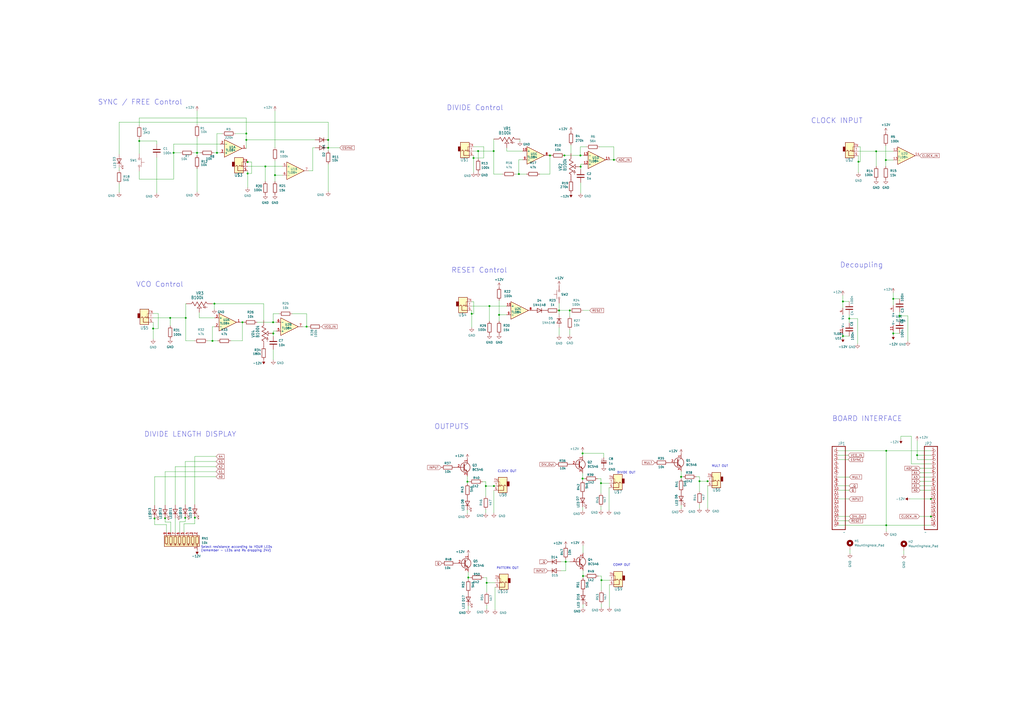
<source format=kicad_sch>
(kicad_sch (version 20230121) (generator eeschema)
  (paper "A2")
  (title_block (title "m0xpd EUCLID+ Control Board") (rev "1.0") (comment 1 "See: https://github.com/m0xpd/EUCLIDplus") (comment 2 "Published under CC BY-SA 4.0 License"))
  (junction (at 142.875 81.153))
  (junction (at 143.637 100.6348))
  (junction (at 177.8508 189.484))
  (junction (at 140.6398 186.944))
  (junction (at 513.842 92.837))
  (junction (at 337.947 263.017))
  (junction (at 540.004 289.433))
  (junction (at 114.3 88.646))
  (junction (at 123.2408 197.739))
  (junction (at 80.772 81.788))
  (junction (at 158.5468 193.421))
  (junction (at 153.924 96.52))
  (junction (at 113.03 300.2788))
  (junction (at 324.3072 180.086))
  (junction (at 518.16 193.421))
  (junction (at 107.7468 184.404))
  (junction (at 336.804 96.647))
  (junction (at 337.947 277.622))
  (junction (at 107.442 300.3804))
  (junction (at 158.4198 186.944))
  (junction (at 518.16 173.355))
  (junction (at 98.7298 184.404))
  (junction (at 273.6342 182.0164))
  (junction (at 328.168 325.882))
  (junction (at 508.254 87.757))
  (junction (at 274.701 91.6432))
  (junction (at 282.321 338.074))
  (junction (at 124.3838 176.149))
  (junction (at 336.677 90.17))
  (junction (at 286.385 87.63))
  (junction (at 514.096 304.673))
  (junction (at 356.108 92.71))
  (junction (at 95.758 300.6344))
  (junction (at 338.201 334.137))
  (junction (at 405.765 279.146))
  (junction (at 283.9212 177.546))
  (junction (at 89.662 300.736))
  (junction (at 286.512 281.94))
  (junction (at 190.373 85.725))
  (junction (at 348.615 280.289))
  (junction (at 271.653 335.026))
  (junction (at 395.097 276.606))
  (junction (at 330.5302 180.086))
  (junction (at 492.633 184.785))
  (junction (at 497.967 93.8022))
  (junction (at 319.024 90.17))
  (junction (at 488.95 194.945))
  (junction (at 410.464 279.146))
  (junction (at 125.857 88.646))
  (junction (at 327.406 90.17))
  (junction (at 540.004 299.593))
  (junction (at 289.5092 182.626))
  (junction (at 532.003 264.033))
  (junction (at 159.512 101.6))
  (junction (at 348.869 336.55))
  (junction (at 271.145 279.4))
  (junction (at 100.711 88.646))
  (junction (at 488.95 174.879))
  (junction (at 300.99 100.965))
  (junction (at 143.637 93.98))
  (junction (at 88.8238 190.6016))
  (junction (at 142.875 77.47))
  (junction (at 521.843 183.261))
  (junction (at 277.368 87.63))
  (junction (at 514.096 261.493))
  (junction (at 190.373 81.153))
  (junction (at 281.813 281.94))
  (wire (pts (xy 325.374 325.882) (xy 328.168 325.882)))
  (wire (pts (xy 112.268 88.646) (xy 114.3 88.646)))
  (wire (pts (xy 107.7468 184.404) (xy 98.7298 184.404)))
  (wire (pts (xy 294.005 87.63) (xy 303.149 87.63)))
  (wire (pts (xy 410.464 281.686) (xy 410.464 294.767)))
  (wire (pts (xy 271.653 335.026) (xy 272.796 335.026)))
  (wire (pts (xy 113.03 264.795) (xy 125.349 264.795)))
  (wire (pts (xy 395.097 276.606) (xy 396.24 276.606)))
  (wire (pts (xy 533.781 271.653) (xy 540.004 271.653)))
  (wire (pts (xy 497.967 90.297) (xy 497.967 93.8022)))
  (wire (pts (xy 88.8238 184.404) (xy 98.7298 184.404)))
  (wire (pts (xy 175.5648 189.484) (xy 177.8508 189.484)))
  (wire (pts (xy 338.1502 180.086) (xy 342.0872 180.086)))
  (wire (pts (xy 159.512 64.262) (xy 159.512 85.598)))
  (wire (pts (xy 107.442 302.6156) (xy 104.1908 302.6156)))
  (wire (pts (xy 279.908 279.4) (xy 281.813 279.4)))
  (wire (pts (xy 289.5092 174.244) (xy 289.5092 182.626)))
  (wire (pts (xy 348.869 350.266) (xy 348.869 352.298)))
  (wire (pts (xy 80.772 68.453) (xy 80.772 72.771)))
  (wire (pts (xy 532.003 264.033) (xy 540.004 264.033)))
  (wire (pts (xy 405.765 279.146) (xy 410.464 279.146)))
  (wire (pts (xy 115.6208 181.229) (xy 115.6208 184.404)))
  (wire (pts (xy 497.967 93.8022) (xy 499.0846 93.8022)))
  (wire (pts (xy 486.537 302.133) (xy 492.2774 302.133)))
  (wire (pts (xy 158.4198 181.991) (xy 161.8488 181.991)))
  (wire (pts (xy 90.932 83.693) (xy 90.932 81.788)))
  (wire (pts (xy 353.5426 339.09) (xy 353.5426 352.171)))
  (wire (pts (xy 540.004 299.593) (xy 540.0294 299.593)))
  (wire (pts (xy 300.99 100.965) (xy 305.435 100.965)))
  (wire (pts (xy 158.5468 192.024) (xy 158.5468 193.421)))
  (wire (pts (xy 124.3838 179.324) (xy 124.3838 176.149)))
  (wire (pts (xy 181.483 85.725) (xy 181.483 99.06)))
  (wire (pts (xy 488.95 194.945) (xy 492.633 194.945)))
  (wire (pts (xy 274.701 87.63) (xy 277.368 87.63)))
  (wire (pts (xy 514.096 304.673) (xy 540.004 304.673)))
  (wire (pts (xy 139.7508 186.944) (xy 140.6398 186.944)))
  (wire (pts (xy 100.711 103.886) (xy 100.711 88.646)))
  (wire (pts (xy 153.924 96.52) (xy 163.83 96.52)))
  (wire (pts (xy 338.201 334.137) (xy 339.344 334.137)))
  (wire (pts (xy 107.442 300.3296) (xy 107.442 300.3804)))
  (wire (pts (xy 540.004 269.113) (xy 528.701 269.113)))
  (wire (pts (xy 488.95 194.945) (xy 488.95 195.834)))
  (wire (pts (xy 159.512 101.6) (xy 159.512 105.283)))
  (wire (pts (xy 271.145 279.4) (xy 272.288 279.4)))
  (wire (pts (xy 522.605 253.111) (xy 522.605 254.635)))
  (wire (pts (xy 273.6342 177.546) (xy 283.9212 177.546)))
  (wire (pts (xy 328.168 331.089) (xy 328.168 325.882)))
  (wire (pts (xy 508.254 87.757) (xy 518.16 87.757)))
  (wire (pts (xy 190.373 95.123) (xy 190.373 111.125)))
  (wire (pts (xy 80.772 99.314) (xy 80.772 103.886)))
  (wire (pts (xy 488.95 174.879) (xy 492.633 174.879)))
  (wire (pts (xy 88.8238 181.864) (xy 91.7702 181.864)))
  (wire (pts (xy 281.813 295.529) (xy 281.813 297.561)))
  (wire (pts (xy 283.9212 177.546) (xy 283.9212 186.309)))
  (wire (pts (xy 89.662 304.292) (xy 96.5708 304.292)))
  (wire (pts (xy 299.085 100.965) (xy 300.99 100.965)))
  (wire (pts (xy 123.2408 189.484) (xy 123.2408 197.739)))
  (wire (pts (xy 497.967 87.757) (xy 508.254 87.757)))
  (wire (pts (xy 488.95 171.323) (xy 488.95 174.879)))
  (wire (pts (xy 163.83 101.6) (xy 159.512 101.6)))
  (wire (pts (xy 336.677 90.17) (xy 338.582 90.17)))
  (wire (pts (xy 300.99 92.71) (xy 300.99 100.965)))
  (wire (pts (xy 281.813 279.4) (xy 281.813 281.94)))
  (wire (pts (xy 291.465 100.965) (xy 286.385 100.965)))
  (wire (pts (xy 104.1908 302.6156) (xy 104.1908 308.7624)))
  (wire (pts (xy 518.16 192.405) (xy 518.16 193.421)))
  (wire (pts (xy 348.869 336.55) (xy 353.5426 336.55)))
  (wire (pts (xy 143.637 93.98) (xy 145.923 93.98)))
  (wire (pts (xy 89.662 300.736) (xy 89.662 304.292)))
  (wire (pts (xy 101.6508 300.5328) (xy 101.6508 308.7624)))
  (wire (pts (xy 96.5708 304.292) (xy 96.5708 308.7624)))
  (wire (pts (xy 486.537 284.353) (xy 492.506 284.353)))
  (wire (pts (xy 395.097 292.989) (xy 395.097 295.021)))
  (wire (pts (xy 348.615 293.751) (xy 348.615 295.783)))
  (wire (pts (xy 271.653 335.026) (xy 271.653 336.169)))
  (wire (pts (xy 518.16 193.421) (xy 521.843 193.421)))
  (wire (pts (xy 328.168 325.882) (xy 330.581 325.882)))
  (wire (pts (xy 533.781 281.813) (xy 540.004 281.813)))
  (wire (pts (xy 160.3248 192.024) (xy 158.5468 192.024)))
  (wire (pts (xy 403.86 276.606) (xy 405.765 276.606)))
  (wire (pts (xy 356.108 85.217) (xy 347.726 85.217)))
  (wire (pts (xy 273.6342 182.0164) (xy 273.6342 189.865)))
  (wire (pts (xy 99.1108 302.8188) (xy 99.1108 308.7624)))
  (wire (pts (xy 514.096 261.493) (xy 540.004 261.493)))
  (wire (pts (xy 348.615 277.622) (xy 348.615 280.289)))
  (wire (pts (xy 486.537 299.593) (xy 492.6838 299.593)))
  (wire (pts (xy 337.947 294.005) (xy 337.947 296.037)))
  (wire (pts (xy 69.088 97.155) (xy 69.088 98.933)))
  (wire (pts (xy 158.0388 193.421) (xy 158.5468 193.421)))
  (wire (pts (xy 286.512 281.94) (xy 286.5374 281.94)))
  (wire (pts (xy 125.3236 270.6624) (xy 101.6508 270.6624)))
  (wire (pts (xy 136.525 77.47) (xy 142.875 77.47)))
  (wire (pts (xy 518.16 193.421) (xy 518.16 194.31)))
  (wire (pts (xy 486.537 289.433) (xy 492.4806 289.433)))
  (wire (pts (xy 95.758 273.558) (xy 95.758 293.0144)))
  (wire (pts (xy 281.813 281.94) (xy 286.512 281.94)))
  (wire (pts (xy 274.7518 182.0164) (xy 273.6342 182.0164)))
  (wire (pts (xy 319.024 90.17) (xy 319.786 90.17)))
  (wire (pts (xy 80.772 81.788) (xy 80.772 89.154)))
  (wire (pts (xy 140.6398 197.739) (xy 133.9088 197.739)))
  (wire (pts (xy 493.0648 318.8716) (xy 493.0648 321.1576)))
  (wire (pts (xy 177.8508 189.484) (xy 177.8508 181.991)))
  (wire (pts (xy 328.168 324.358) (xy 328.168 325.882)))
  (wire (pts (xy 533.781 284.353) (xy 540.004 284.353)))
  (wire (pts (xy 405.765 292.735) (xy 405.765 294.767)))
  (wire (pts (xy 336.804 105.918) (xy 336.804 112.014)))
  (wire (pts (xy 113.03 300.2788) (xy 113.03 303.784)))
  (wire (pts (xy 143.637 99.06) (xy 143.637 100.6348)))
  (wire (pts (xy 115.6208 184.404) (xy 124.5108 184.404)))
  (wire (pts (xy 143.637 96.52) (xy 153.924 96.52)))
  (wire (pts (xy 348.869 334.137) (xy 348.869 336.55)))
  (wire (pts (xy 274.701 91.6432) (xy 274.701 99.949)))
  (wire (pts (xy 89.662 276.479) (xy 125.349 276.479)))
  (wire (pts (xy 282.321 351.155) (xy 282.321 353.187)))
  (wire (pts (xy 282.321 338.074) (xy 282.321 343.535)))
  (wire (pts (xy 273.6342 180.086) (xy 273.6342 182.0164)))
  (wire (pts (xy 524.3322 319.3034) (xy 524.3322 321.5894)))
  (wire (pts (xy 145.923 100.6348) (xy 143.637 100.6348)))
  (wire (pts (xy 350.266 265.43) (xy 350.266 263.017)))
  (wire (pts (xy 324.3072 180.086) (xy 330.5302 180.086)))
  (wire (pts (xy 336.296 96.647) (xy 336.804 96.647)))
  (wire (pts (xy 527.7866 289.433) (xy 540.004 289.433)))
  (wire (pts (xy 486.537 281.813) (xy 492.5314 281.813)))
  (wire (pts (xy 107.442 267.716) (xy 107.442 292.7604)))
  (wire (pts (xy 123.952 88.646) (xy 125.857 88.646)))
  (wire (pts (xy 69.088 70.866) (xy 69.088 89.535)))
  (wire (pts (xy 158.4198 186.944) (xy 160.3248 186.944)))
  (wire (pts (xy 518.16 92.837) (xy 513.842 92.837)))
  (wire (pts (xy 492.633 184.785) (xy 497.459 184.785)))
  (wire (pts (xy 95.758 302.8188) (xy 99.1108 302.8188)))
  (wire (pts (xy 286.385 87.63) (xy 286.385 80.645)))
  (wire (pts (xy 286.385 87.63) (xy 286.385 100.965)))
  (wire (pts (xy 95.758 300.6344) (xy 95.758 302.8188)))
  (wire (pts (xy 152.9588 176.149) (xy 152.9588 185.801)))
  (wire (pts (xy 303.149 92.71) (xy 300.99 92.71)))
  (wire (pts (xy 289.5092 182.626) (xy 289.5092 186.309)))
  (wire (pts (xy 140.6398 186.944) (xy 141.5288 186.944)))
  (wire (pts (xy 113.03 264.795) (xy 113.03 292.6588)))
  (wire (pts (xy 190.373 85.725) (xy 190.373 87.503)))
  (wire (pts (xy 336.804 96.647) (xy 336.804 98.298)))
  (wire (pts (xy 89.662 300.6852) (xy 89.662 300.736)))
  (wire (pts (xy 337.947 274.447) (xy 337.947 277.622)))
  (wire (pts (xy 124.5108 189.484) (xy 123.2408 189.484)))
  (wire (pts (xy 280.416 335.026) (xy 282.321 335.026)))
  (wire (pts (xy 95.758 300.5836) (xy 95.758 300.6344)))
  (wire (pts (xy 98.7298 184.404) (xy 98.7298 188.976)))
  (wire (pts (xy 274.7518 175.006) (xy 274.7518 182.0164)))
  (wire (pts (xy 153.924 96.52) (xy 153.924 105.283)))
  (wire (pts (xy 405.765 276.606) (xy 405.765 279.146)))
  (wire (pts (xy 128.905 77.47) (xy 125.857 77.47)))
  (wire (pts (xy 127.635 83.566) (xy 100.711 83.566)))
  (wire (pts (xy 533.781 279.273) (xy 540.004 279.273)))
  (wire (pts (xy 356.108 92.71) (xy 356.108 85.217)))
  (wire (pts (xy 486.537 304.673) (xy 514.096 304.673)))
  (wire (pts (xy 346.71 277.622) (xy 348.615 277.622)))
  (wire (pts (xy 513.842 84.455) (xy 513.842 92.837)))
  (wire (pts (xy 69.088 106.553) (xy 69.088 111.633)))
  (wire (pts (xy 80.772 80.391) (xy 80.772 81.788)))
  (wire (pts (xy 80.772 103.886) (xy 100.711 103.886)))
  (wire (pts (xy 488.95 174.879) (xy 488.95 178.689)))
  (wire (pts (xy 330.5302 191.135) (xy 330.5302 194.31)))
  (wire (pts (xy 348.615 280.289) (xy 348.615 286.131)))
  (wire (pts (xy 100.711 83.566) (xy 100.711 88.646)))
  (wire (pts (xy 319.024 100.965) (xy 313.055 100.965)))
  (wire (pts (xy 499.0846 85.217) (xy 499.0846 93.8022)))
  (wire (pts (xy 140.6398 186.944) (xy 140.6398 197.739)))
  (wire (pts (xy 69.088 70.866) (xy 190.373 70.866)))
  (wire (pts (xy 532.003 264.033) (xy 532.003 255.651)))
  (wire (pts (xy 395.097 273.431) (xy 395.097 276.606)))
  (wire (pts (xy 338.201 330.962) (xy 338.201 334.137)))
  (wire (pts (xy 114.3 79.883) (xy 114.3 88.646)))
  (wire (pts (xy 405.765 279.146) (xy 405.765 285.115)))
  (wire (pts (xy 271.145 279.4) (xy 271.145 280.543)))
  (wire (pts (xy 177.8508 189.484) (xy 178.9938 189.484)))
  (wire (pts (xy 107.442 300.3804) (xy 107.442 302.6156)))
  (wire (pts (xy 177.8508 181.991) (xy 169.4688 181.991)))
  (wire (pts (xy 318.389 90.17) (xy 319.024 90.17)))
  (wire (pts (xy 158.5468 202.692) (xy 158.5468 208.788)))
  (wire (pts (xy 514.096 304.673) (xy 514.096 308.356)))
  (wire (pts (xy 488.95 193.929) (xy 488.95 194.945)))
  (wire (pts (xy 274.701 90.17) (xy 274.701 91.6432)))
  (wire (pts (xy 338.201 334.137) (xy 338.201 335.28)))
  (wire (pts (xy 91.7702 190.6016) (xy 88.8238 190.6016)))
  (wire (pts (xy 330.5302 180.086) (xy 330.5302 183.515)))
  (wire (pts (xy 336.677 85.217) (xy 340.106 85.217)))
  (wire (pts (xy 107.7468 176.149) (xy 107.7468 184.404)))
  (wire (pts (xy 353.822 92.71) (xy 356.108 92.71)))
  (wire (pts (xy 143.5862 93.98) (xy 143.637 93.98)))
  (wire (pts (xy 271.653 351.409) (xy 271.653 353.441)))
  (wire (pts (xy 337.947 277.622) (xy 339.09 277.622)))
  (wire (pts (xy 120.4468 197.739) (xy 123.2408 197.739)))
  (wire (pts (xy 294.005 87.63) (xy 294.005 85.725)))
  (wire (pts (xy 327.279 90.17) (xy 327.406 90.17)))
  (wire (pts (xy 540.004 289.433) (xy 540.0294 289.433)))
  (wire (pts (xy 486.537 266.573) (xy 492.0234 266.573)))
  (wire (pts (xy 301.625 80.645) (xy 301.625 82.042)))
  (wire (pts (xy 114.3 64.262) (xy 114.3 72.263)))
  (wire (pts (xy 91.7702 181.864) (xy 91.7702 190.6016)))
  (wire (pts (xy 337.947 263.017) (xy 337.947 264.287)))
  (wire (pts (xy 518.16 173.355) (xy 521.843 173.355)))
  (wire (pts (xy 526.669 183.261) (xy 526.669 197.866)))
  (wire (pts (xy 107.7468 176.149) (xy 108.0008 176.149)))
  (wire (pts (xy 271.653 331.851) (xy 271.653 335.026)))
  (wire (pts (xy 486.537 261.493) (xy 514.096 261.493)))
  (wire (pts (xy 277.368 87.63) (xy 277.368 92.202)))
  (wire (pts (xy 142.875 86.106) (xy 142.875 81.153)))
  (wire (pts (xy 338.201 316.484) (xy 338.201 320.802)))
  (wire (pts (xy 492.633 184.785) (xy 492.633 187.325)))
  (wire (pts (xy 182.753 85.725) (xy 181.483 85.725)))
  (wire (pts (xy 107.7468 184.404) (xy 107.7468 197.739)))
  (wire (pts (xy 181.483 99.06) (xy 179.07 99.06)))
  (wire (pts (xy 324.3072 175.895) (xy 324.3072 180.086)))
  (wire (pts (xy 540.004 266.573) (xy 532.003 266.573)))
  (wire (pts (xy 356.108 92.71) (xy 357.251 92.71)))
  (wire (pts (xy 124.3838 176.149) (xy 123.2408 176.149)))
  (wire (pts (xy 282.321 338.074) (xy 287.147 338.074)))
  (wire (pts (xy 518.16 173.355) (xy 518.16 177.165)))
  (wire (pts (xy 125.857 77.47) (xy 125.857 88.646)))
  (wire (pts (xy 283.9212 177.546) (xy 293.8272 177.546)))
  (wire (pts (xy 514.096 261.493) (xy 514.096 304.673)))
  (wire (pts (xy 158.5468 193.421) (xy 158.5468 195.072)))
  (wire (pts (xy 325.374 331.089) (xy 328.168 331.089)))
  (wire (pts (xy 336.804 95.25) (xy 336.804 96.647)))
  (wire (pts (xy 80.772 81.788) (xy 90.932 81.788)))
  (wire (pts (xy 533.781 276.733) (xy 540.004 276.733)))
  (wire (pts (xy 88.8238 186.944) (xy 88.8238 190.6016)))
  (wire (pts (xy 508.254 87.757) (xy 508.254 96.52)))
  (wire (pts (xy 281.813 281.94) (xy 281.813 287.909)))
  (wire (pts (xy 337.947 277.622) (xy 337.947 278.765)))
  (wire (pts (xy 159.512 93.218) (xy 159.512 101.6)))
  (wire (pts (xy 152.9588 176.149) (xy 124.3838 176.149)))
  (wire (pts (xy 286.512 284.48) (xy 286.512 297.561)))
  (wire (pts (xy 145.923 93.98) (xy 145.923 100.6348)))
  (wire (pts (xy 88.8238 190.6016) (xy 88.8238 196.723)))
  (wire (pts (xy 533.781 274.193) (xy 540.004 274.193)))
  (wire (pts (xy 350.266 263.017) (xy 337.947 263.017)))
  (wire (pts (xy 190.373 70.866) (xy 190.373 81.153)))
  (wire (pts (xy 112.8268 197.739) (xy 107.7468 197.739)))
  (wire (pts (xy 158.4198 186.944) (xy 158.4198 181.991)))
  (wire (pts (xy 518.16 169.799) (xy 518.16 173.355)))
  (wire (pts (xy 106.7308 303.784) (xy 106.7308 308.7624)))
  (wire (pts (xy 521.843 183.261) (xy 526.669 183.261)))
  (wire (pts (xy 271.145 276.225) (xy 271.145 279.4)))
  (wire (pts (xy 528.701 253.111) (xy 522.605 253.111)))
  (wire (pts (xy 319.024 90.17) (xy 319.024 100.965)))
  (wire (pts (xy 280.5938 85.09) (xy 274.701 85.09)))
  (wire (pts (xy 107.442 267.716) (xy 125.349 267.716)))
  (wire (pts (xy 100.711 88.646) (xy 104.648 88.646)))
  (wire (pts (xy 497.967 85.217) (xy 499.0846 85.217)))
  (wire (pts (xy 492.633 182.499) (xy 492.633 184.785)))
  (wire (pts (xy 271.145 295.783) (xy 271.145 297.815)))
  (wire (pts (xy 331.216 84.074) (xy 331.216 89.027)))
  (wire (pts (xy 142.875 81.153) (xy 142.875 77.47)))
  (wire (pts (xy 114.3 88.646) (xy 116.332 88.646)))
  (wire (pts (xy 327.406 90.17) (xy 336.677 90.17)))
  (wire (pts (xy 190.373 85.725) (xy 197.104 85.725)))
  (wire (pts (xy 486.537 264.033) (xy 491.998 264.033)))
  (wire (pts (xy 533.4254 299.593) (xy 540.004 299.593)))
  (wire (pts (xy 89.662 276.479) (xy 89.662 293.116)))
  (wire (pts (xy 521.843 180.975) (xy 521.843 183.261)))
  (wire (pts (xy 286.385 87.63) (xy 277.368 87.63)))
  (wire (pts (xy 287.147 340.614) (xy 287.147 353.695)))
  (wire (pts (xy 338.201 350.52) (xy 338.201 352.552)))
  (wire (pts (xy 324.3072 189.992) (xy 324.3072 194.437)))
  (wire (pts (xy 410.464 279.146) (xy 410.4894 279.146)))
  (wire (pts (xy 90.932 91.313) (xy 90.932 112.014)))
  (wire (pts (xy 282.321 335.026) (xy 282.321 338.074)))
  (wire (pts (xy 528.701 269.113) (xy 528.701 253.111)))
  (wire (pts (xy 190.373 81.153) (xy 190.373 85.725)))
  (wire (pts (xy 497.459 184.785) (xy 497.459 199.39)))
  (wire (pts (xy 125.857 88.646) (xy 127.635 88.646)))
  (wire (pts (xy 324.3072 180.086) (xy 324.3072 182.372)))
  (wire (pts (xy 142.875 81.153) (xy 182.753 81.153)))
  (wire (pts (xy 123.2408 197.739) (xy 126.2888 197.739)))
  (wire (pts (xy 346.964 334.137) (xy 348.869 334.137)))
  (wire (pts (xy 114.3 88.646) (xy 114.3 90.17)))
  (wire (pts (xy 142.875 77.47) (xy 142.875 68.453)))
  (wire (pts (xy 338.582 95.25) (xy 336.804 95.25)))
  (wire (pts (xy 353.2886 282.829) (xy 353.2886 295.91)))
  (wire (pts (xy 113.03 303.784) (xy 106.7308 303.784)))
  (wire (pts (xy 273.6342 175.006) (xy 274.7518 175.006)))
  (wire (pts (xy 113.03 300.228) (xy 113.03 300.2788)))
  (wire (pts (xy 293.8272 182.626) (xy 289.5092 182.626)))
  (wire (pts (xy 395.097 276.606) (xy 395.097 277.749)))
  (wire (pts (xy 513.842 92.837) (xy 513.842 96.52)))
  (wire (pts (xy 486.537 276.733) (xy 492.7346 276.733)))
  (wire (pts (xy 114.3 97.79) (xy 114.3 111.379)))
  (wire (pts (xy 142.875 68.453) (xy 80.772 68.453)))
  (wire (pts (xy 497.967 93.8022) (xy 497.967 100.076)))
  (wire (pts (xy 348.615 280.289) (xy 353.2886 280.289)))
  (wire (pts (xy 149.1488 186.944) (xy 158.4198 186.944)))
  (wire (pts (xy 143.637 100.6348) (xy 143.637 108.839)))
  (wire (pts (xy 95.758 273.558) (xy 125.349 273.558)))
  (wire (pts (xy 336.677 90.17) (xy 336.677 85.217)))
  (wire (pts (xy 280.5938 91.6432) (xy 280.5938 85.09)))
  (wire (pts (xy 532.003 266.573) (xy 532.003 264.033)))
  (wire (pts (xy 348.869 336.55) (xy 348.869 342.646)))
  (wire (pts (xy 101.6508 270.6624) (xy 101.6508 292.9128)))
  (wire (pts (xy 274.701 91.6432) (xy 280.5938 91.6432)))
  (wire (pts (xy 521.843 183.261) (xy 521.843 185.801)))
  (wire (pts (xy 337.947 262.001) (xy 337.947 263.017)))
  (text "BOARD INTERFACE" (at 482.727 244.729 0) (effects (font (size 3 3)) (justify left bottom)))
  (text "SYNC / FREE Control" (at 56.769 61.087 0) (effects (font (size 3 3)) (justify left bottom)))
  (text "RESET Control" (at 261.874 158.623 0) (effects (font (size 3 3)) (justify left bottom)))
  (text "MULT OUT" (at 412.877 271.145 0) (effects (font (size 1.27 1.27)) (justify left bottom)))
  (text "PATTERN OUT" (at 288.036 330.327 0) (effects (font (size 1.27 1.27)) (justify left bottom)))
  (text "DIVIDE LENGTH DISPLAY" (at 83.6168 253.7714 0) (effects (font (size 3 3)) (justify left bottom)))
  (text "Select resistance according to YOUR LEDs\n(remember - LEDs and Rs dropping 24V)" (at 116.586 320.167 0) (effects (font (size 1.27 1.27)) (justify left bottom)))
  (text "CLOCK OUT" (at 288.671 274.193 0) (effects (font (size 1.27 1.27)) (justify left bottom)))
  (text "OUTPUTS" (at 251.968 249.301 0) (effects (font (size 3 3)) (justify left bottom)))
  (text "DIVIDE OUT" (at 357.886 274.955 0) (effects (font (size 1.27 1.27)) (justify left bottom)))
  (text "VCO Control" (at 78.9178 166.8272 0) (effects (font (size 3 3)) (justify left bottom)))
  (text "DIVIDE Control" (at 259.08 64.389 0) (effects (font (size 3 3)) (justify left bottom)))
  (text "Decoupling" (at 487.299 155.575 0) (effects (font (size 3 3)) (justify left bottom)))
  (text "CLOCK INPUT" (at 470.408 71.882 0) (effects (font (size 3 3)) (justify left bottom)))
  (text "COMP OUT" (at 355.6 328.549 0) (effects (font (size 1.27 1.27)) (justify left bottom)))
  (global_label "INPUT" (shape input) (at 492.4806 289.433 0) (property "Intersheetrefs" "${INTERSHEET_REFS}" (effects hide)))
  (global_label "ESYNC" (shape input) (at 492.0234 266.573 0) (property "Intersheetrefs" "${INTERSHEET_REFS}" (effects hide)))
  (global_label "A1" (shape input) (at 125.349 273.558 0) (property "Intersheetrefs" "${INTERSHEET_REFS}" (effects hide)))
  (global_label "Q" (shape input) (at 256.413 326.771 180) (property "Intersheetrefs" "${INTERSHEET_REFS}" (effects hide)))
  (global_label "_Q" (shape input) (at 492.5314 281.813 0) (property "Intersheetrefs" "${INTERSHEET_REFS}" (effects hide)))
  (global_label "A0" (shape input) (at 533.781 284.353 180) (property "Intersheetrefs" "${INTERSHEET_REFS}" (effects hide)))
  (global_label "Q" (shape input) (at 492.506 284.353 0) (property "Intersheetrefs" "${INTERSHEET_REFS}" (effects hide)))
  (global_label "A4" (shape input) (at 533.781 274.193 180) (property "Intersheetrefs" "${INTERSHEET_REFS}" (effects hide)))
  (global_label "CLOCK_IN" (shape input) (at 533.4 90.297 0) (property "Intersheetrefs" "${INTERSHEET_REFS}" (effects hide)))
  (global_label "ADC_IN" (shape input) (at 533.781 271.653 180) (property "Intersheetrefs" "${INTERSHEET_REFS}" (effects hide)))
  (global_label "DIV_Out" (shape input) (at 492.6838 299.593 0) (property "Intersheetrefs" "${INTERSHEET_REFS}" (effects hide)))
  (global_label "MULT" (shape input) (at 492.7346 276.733 0) (property "Intersheetrefs" "${INTERSHEET_REFS}" (effects hide)))
  (global_label "VCO_IN" (shape input) (at 186.6138 189.484 0) (property "Intersheetrefs" "${INTERSHEET_REFS}" (effects hide)))
  (global_label "DIV_Out" (shape input) (at 322.707 269.367 180) (property "Intersheetrefs" "${INTERSHEET_REFS}" (effects hide)))
  (global_label "A4" (shape input) (at 125.349 264.795 0) (property "Intersheetrefs" "${INTERSHEET_REFS}" (effects hide)))
  (global_label "A3" (shape input) (at 533.781 276.733 180) (property "Intersheetrefs" "${INTERSHEET_REFS}" (effects hide)))
  (global_label "A3" (shape input) (at 125.349 267.716 0) (property "Intersheetrefs" "${INTERSHEET_REFS}" (effects hide)))
  (global_label "RESET" (shape input) (at 492.2774 302.133 0) (property "Intersheetrefs" "${INTERSHEET_REFS}" (effects hide)))
  (global_label "ADC_IN" (shape input) (at 357.251 92.71 0) (property "Intersheetrefs" "${INTERSHEET_REFS}" (effects hide)))
  (global_label "ESYNC" (shape input) (at 197.104 85.725 0) (property "Intersheetrefs" "${INTERSHEET_REFS}" (effects hide)))
  (global_label "MULT" (shape input) (at 379.857 268.351 180) (property "Intersheetrefs" "${INTERSHEET_REFS}" (effects hide)))
  (global_label "INPUT" (shape input) (at 317.754 331.089 180) (property "Intersheetrefs" "${INTERSHEET_REFS}" (effects hide)))
  (global_label "RESET" (shape input) (at 342.0872 180.086 0) (property "Intersheetrefs" "${INTERSHEET_REFS}" (effects hide)))
  (global_label "_Q" (shape input) (at 317.754 325.882 180) (property "Intersheetrefs" "${INTERSHEET_REFS}" (effects hide)))
  (global_label "A0" (shape input) (at 125.349 276.479 0) (property "Intersheetrefs" "${INTERSHEET_REFS}" (effects hide)))
  (global_label "CLOCK_IN" (shape input) (at 533.4254 299.593 180) (property "Intersheetrefs" "${INTERSHEET_REFS}" (effects hide)))
  (global_label "INPUT" (shape input) (at 255.905 271.145 180) (property "Intersheetrefs" "${INTERSHEET_REFS}" (effects hide)))
  (global_label "VCO_IN" (shape input) (at 491.998 264.033 0) (property "Intersheetrefs" "${INTERSHEET_REFS}" (effects hide)))
  (global_label "A1" (shape input) (at 533.781 281.813 180) (property "Intersheetrefs" "${INTERSHEET_REFS}" (effects hide)))
  (global_label "A2" (shape input) (at 533.781 279.273 180) (property "Intersheetrefs" "${INTERSHEET_REFS}" (effects hide)))
  (global_label "A2" (shape input) (at 125.3236 270.6624 0) (property "Intersheetrefs" "${INTERSHEET_REFS}" (effects hide)))
  (symbol (lib_id "Device:R") (at 153.924 109.093 180) (unit 1)
    (property "Reference" "R20" (at 148.209 107.95 0) (effects (justify right)))
    (property "Value" "100k" (at 147.193 110.236 0) (effects (justify right)))
    (property "Footprint" "Resistor_THT:R_Axial_DIN0207_L6.3mm_D2.5mm_P7.62mm_Horizontal" (effects hide))
  )
  (symbol (lib_id "power:GND") (at 348.869 352.298 0) (unit 1)
    (property "Reference" "#PWR062" (effects hide))
    (property "Value" "GND" (at 345.186 353.949 0))
  )
  (symbol (lib_id "power:GND") (at 190.373 111.125 0) (unit 1)
    (property "Reference" "#PWR012" (effects hide))
    (property "Value" "GND" (at 185.928 113.03 0))
  )
  (symbol (lib_id "Device:R") (at 320.4972 180.086 270) (unit 1)
    (property "Reference" "R23" (at 320.4972 174.244 90))
    (property "Value" "1k" (at 320.4972 176.784 90))
    (property "Footprint" "Resistor_THT:R_Axial_DIN0207_L6.3mm_D2.5mm_P7.62mm_Horizontal" (effects hide))
  )
  (symbol (lib_id "Device:C") (at 521.843 189.611 0) (unit 1)
    (property "Reference" "C5" (at 523.24 187.706 90) (effects (justify left)))
    (property "Value" "100n" (at 523.367 195.961 90) (effects (justify left)))
    (property "Footprint" "Capacitor_THT:C_Disc_D4.3mm_W1.9mm_P5.00mm" (effects hide))
  )
  (symbol (lib_id "Device:R") (at 182.8038 189.484 90) (unit 1)
    (property "Reference" "R28" (at 181.0258 194.945 0) (effects (justify left)))
    (property "Value" "100k" (at 183.1848 195.834 0) (effects (justify left)))
    (property "Footprint" "Resistor_THT:R_Axial_DIN0207_L6.3mm_D2.5mm_P7.62mm_Horizontal" (effects hide))
  )
  (symbol (lib_id "Device:R") (at 145.3388 186.944 270) (unit 1)
    (property "Reference" "R26" (at 145.3388 181.102 90))
    (property "Value" "10k" (at 145.3388 183.642 90))
    (property "Footprint" "Resistor_THT:R_Axial_DIN0207_L6.3mm_D2.5mm_P7.62mm_Horizontal" (effects hide))
  )
  (symbol (lib_id "Amplifier_Operational:TL084") (at 135.255 86.106 0) (mirror x) (unit 1)
    (property "Reference" "U1" (at 134.747 85.344 0))
    (property "Value" "TL084" (at 133.731 87.122 0))
    (property "Footprint" "Package_DIP:DIP-14_W7.62mm_Socket_LongPads" (effects hide))
    (property "Datasheet" "http://www.ti.com/lit/ds/symlink/tl081.pdf" (effects hide))
  )
  (symbol (lib_id "Device:R") (at 331.216 80.264 0) (unit 1)
    (property "Reference" "R4" (at 333.756 78.994 0) (effects (justify left)))
    (property "Value" "270k" (at 333.756 81.534 0) (effects (justify left)))
    (property "Footprint" "Resistor_THT:R_Axial_DIN0207_L6.3mm_D2.5mm_P7.62mm_Horizontal" (effects hide))
  )
  (symbol (lib_id "power:GND") (at 324.3072 194.437 0) (unit 1)
    (property "Reference" "#PWR030" (effects hide))
    (property "Value" "GND" (at 324.3072 199.136 0))
  )
  (symbol (lib_id "Device:R") (at 260.223 326.771 270) (unit 1)
    (property "Reference" "R48" (at 262.001 324.485 90) (effects (justify right)))
    (property "Value" "10k" (at 261.493 329.438 90) (effects (justify right)))
    (property "Footprint" "Resistor_THT:R_Axial_DIN0207_L6.3mm_D2.5mm_P7.62mm_Horizontal" (effects hide))
  )
  (symbol (lib_id "Transistor_BJT:BC546") (at 335.661 325.882 0) (unit 1)
    (property "Reference" "Q4" (at 340.995 324.612 0) (effects (justify left)))
    (property "Value" "BC546" (at 340.995 327.152 0) (effects (justify left)))
    (property "Footprint" "Package_TO_SOT_THT:TO-92_HandSolder" (effects hide))
    (property "Datasheet" "https://www.onsemi.com/pub/Collateral/BC550-D.pdf" (effects hide))
  )
  (symbol (lib_id "power:-12V") (at 518.16 194.31 180) (unit 1)
    (property "Reference" "#PWR029" (effects hide))
    (property "Value" "-12V" (at 518.16 199.644 0))
  )
  (symbol (lib_id "Device:R") (at 159.512 109.093 180) (unit 1)
    (property "Reference" "R21" (at 161.925 107.823 0) (effects (justify right)))
    (property "Value" "15k" (at 161.925 110.363 0) (effects (justify right)))
    (property "Footprint" "Resistor_THT:R_Axial_DIN0207_L6.3mm_D2.5mm_P7.62mm_Horizontal" (effects hide))
  )
  (symbol (lib_id "Diode:1N4148") (at 324.3072 186.182 270) (unit 1)
    (property "Reference" "D5" (at 318.0842 184.658 90) (effects (justify left)))
    (property "Value" "1N4148" (at 314.4012 187.198 90) (effects (justify left)))
    (property "Footprint" "Diode_THT:D_DO-35_SOD27_P7.62mm_Horizontal" (effects hide))
    (property "Datasheet" "https://assets.nexperia.com/documents/data-sheet/1N4148_1N4448.pdf" (effects hide))
    (property "Sim.Device" "D" (effects hide))
    (property "Sim.Pins" "1=K 2=A" (effects hide))
  )
  (symbol (lib_id "power:+12V") (at 395.097 263.271 0) (unit 1)
    (property "Reference" "#PWR041" (effects hide))
    (property "Value" "+12V" (at 390.398 261.62 0))
  )
  (symbol (lib_id "power:GND") (at 497.459 199.39 0) (unit 1)
    (property "Reference" "#PWR035" (effects hide))
    (property "Value" "GND" (at 494.284 201.295 0))
  )
  (symbol (lib_id "Diode:1N4148") (at 321.564 331.089 0) (unit 1)
    (property "Reference" "D15" (at 321.818 333.756 0))
    (property "Value" "1N4148" (effects hide))
    (property "Footprint" "Diode_THT:D_DO-35_SOD27_P7.62mm_Horizontal" (effects hide))
    (property "Datasheet" "https://assets.nexperia.com/documents/data-sheet/1N4148_1N4448.pdf" (effects hide))
    (property "Sim.Device" "D" (effects hide))
    (property "Sim.Pins" "1=K 2=A" (effects hide))
  )
  (symbol (lib_id "Device:LED") (at 107.442 296.5704 90) (unit 1)
    (property "Reference" "D10" (at 104.648 294.1574 0) (effects (justify right)))
    (property "Value" "LED" (at 104.902 297.2054 0) (effects (justify right)))
    (property "Footprint" "LED_THT:LED_D3.0mm" (effects hide))
  )
  (symbol (lib_id "power:GND") (at 508.254 104.14 0) (unit 1)
    (property "Reference" "#PWR09" (effects hide))
    (property "Value" "GND" (at 508.254 108.839 0))
  )
  (symbol (lib_id "Connector_Audio:AudioJack2_SwitchT") (at 291.592 281.94 180) (unit 1)
    (property "Reference" "U$8" (at 294.132 286.004 0) (effects (font (size 1.778 1.5113)) (justify left bottom)))
    (property "Value" "THONKICONN_JACK" (effects hide))
    (property "Footprint" "Connector_Audio:Jack_3.5mm_QingPu_WQP-PJ398SM_Vertical_CircularHoles" (effects hide))
  )
  (symbol (lib_id "Device:R") (at 343.154 334.137 270) (unit 1)
    (property "Reference" "R49" (at 344.678 331.47 90) (effects (justify right)))
    (property "Value" "1k2" (at 344.551 336.423 90) (effects (justify right)))
    (property "Footprint" "Resistor_THT:R_Axial_DIN0207_L6.3mm_D2.5mm_P7.62mm_Horizontal" (effects hide))
  )
  (symbol (lib_id "Amplifier_Operational:TL084") (at 310.769 90.17 0) (unit 3)
    (property "Reference" "U1" (at 309.753 89.281 0))
    (property "Value" "TL084" (at 308.737 91.186 0))
    (property "Footprint" "Package_DIP:DIP-14_W7.62mm_Socket_LongPads" (effects hide))
    (property "Datasheet" "http://www.ti.com/lit/ds/symlink/tl081.pdf" (effects hide))
  )
  (symbol (lib_id "power:GND") (at 69.088 111.633 0) (unit 1)
    (property "Reference" "#PWR014" (effects hide))
    (property "Value" "GND" (at 64.643 113.538 0))
  )
  (symbol (lib_id "Device:R") (at 338.201 339.09 180) (unit 1)
    (property "Reference" "R51" (at 335.28 341.122 90) (effects (justify right)))
    (property "Value" "5k6" (at 340.614 341.122 90) (effects (justify right)))
    (property "Footprint" "Resistor_THT:R_Axial_DIN0207_L6.3mm_D2.5mm_P7.62mm_Horizontal" (effects hide))
  )
  (symbol (lib_id "power:-12V") (at 522.605 254.635 180) (unit 1)
    (property "Reference" "#PWR038" (effects hide))
    (property "Value" "-12V" (at 518.795 256.413 0))
  )
  (symbol (lib_id "power:GND") (at 287.147 353.695 0) (unit 1)
    (property "Reference" "#PWR066" (effects hide))
    (property "Value" "GND" (at 291.846 355.473 0))
  )
  (symbol (lib_id "Device:R") (at 342.9 277.622 270) (unit 1)
    (property "Reference" "R39" (at 344.424 275.463 90) (effects (justify right)))
    (property "Value" "1k2" (at 344.678 279.781 90) (effects (justify right)))
    (property "Footprint" "Resistor_THT:R_Axial_DIN0207_L6.3mm_D2.5mm_P7.62mm_Horizontal" (effects hide))
  )
  (symbol (lib_id "Device:R") (at 337.947 282.575 180) (unit 1)
    (property "Reference" "R42" (at 335.534 284.48 90) (effects (justify right)))
    (property "Value" "5k6" (at 340.36 283.591 90) (effects (justify right)))
    (property "Footprint" "Resistor_THT:R_Axial_DIN0207_L6.3mm_D2.5mm_P7.62mm_Horizontal" (effects hide))
  )
  (symbol (lib_id "Device:R") (at 259.715 271.145 270) (unit 1)
    (property "Reference" "R37" (at 261.62 268.732 90) (effects (justify right)))
    (property "Value" "10k" (at 261.62 273.558 90) (effects (justify right)))
    (property "Footprint" "Resistor_THT:R_Axial_DIN0207_L6.3mm_D2.5mm_P7.62mm_Horizontal" (effects hide))
  )
  (symbol (lib_id "power:+12V") (at 289.5092 166.624 0) (unit 1)
    (property "Reference" "#PWR021" (effects hide))
    (property "Value" "+12V" (at 289.5092 162.179 0))
  )
  (symbol (lib_id "power:GND") (at 283.9212 193.929 0) (unit 1)
    (property "Reference" "#PWR026" (effects hide))
    (property "Value" "GND" (at 283.9212 198.628 0))
  )
  (symbol (lib_id "Device:R") (at 289.5092 170.434 180) (unit 1)
    (property "Reference" "R22" (at 292.3032 169.164 0) (effects (justify right)))
    (property "Value" "100k" (at 292.3032 171.704 0) (effects (justify right)))
    (property "Footprint" "Resistor_THT:R_Axial_DIN0207_L6.3mm_D2.5mm_P7.62mm_Horizontal" (effects hide))
  )
  (symbol (lib_id "power:+12V") (at 338.201 316.484 0) (unit 1)
    (property "Reference" "#PWR055" (effects hide))
    (property "Value" "+12V" (at 333.502 314.833 0))
  )
  (symbol (lib_id "power:GND") (at 273.6342 189.865 0) (unit 1)
    (property "Reference" "#PWR025" (effects hide))
    (property "Value" "GND" (at 273.6342 194.564 0))
  )
  (symbol (lib_id "power:-12V") (at 114.3508 318.9224 180) (unit 1)
    (property "Reference" "#PWR057" (effects hide))
    (property "Value" "-12V" (at 113.8428 322.6054 0))
  )
  (symbol (lib_id "power:GND") (at 90.932 112.014 0) (unit 1)
    (property "Reference" "#PWR016" (effects hide))
    (property "Value" "GND" (at 86.487 113.919 0))
  )
  (symbol (lib_id "Device:R") (at 165.6588 181.991 270) (unit 1)
    (property "Reference" "R25" (at 165.6588 176.022 90))
    (property "Value" "10k" (at 165.6588 178.562 90))
    (property "Footprint" "Resistor_THT:R_Axial_DIN0207_L6.3mm_D2.5mm_P2.54mm_Vertical" (effects hide))
  )
  (symbol (lib_id "Device:R") (at 334.3402 180.086 270) (unit 1)
    (property "Reference" "R24" (at 334.3402 174.244 90))
    (property "Value" "100k" (at 334.2132 176.657 90))
    (property "Footprint" "Resistor_THT:R_Axial_DIN0207_L6.3mm_D2.5mm_P7.62mm_Horizontal" (effects hide))
  )
  (symbol (lib_id "power:GND") (at 277.368 99.822 0) (unit 1)
    (property "Reference" "#PWR06" (effects hide))
    (property "Value" "GND" (at 281.051 101.6 0))
  )
  (symbol (lib_id "Device:R_Network08") (at 104.1908 313.8424 180) (unit 1)
    (property "Reference" "RN1" (at 116.84 312.3184 0) (effects (justify right)))
    (property "Value" "10k" (at 116.84 314.8584 0) (effects (justify right)))
    (property "Footprint" "Resistor_THT:R_Array_SIP9" (effects hide))
    (property "Datasheet" "http://www.vishay.com/docs/31509/csc.pdf" (effects hide))
  )
  (symbol (lib_id "Device:R") (at 295.275 100.965 270) (unit 1)
    (property "Reference" "R16" (at 295.275 94.488 90))
    (property "Value" "47k" (at 295.275 97.028 90))
    (property "Footprint" "Resistor_THT:R_Axial_DIN0207_L6.3mm_D2.5mm_P7.62mm_Horizontal" (effects hide))
  )
  (symbol (lib_id "power:GND") (at 153.924 112.903 0) (unit 1)
    (property "Reference" "#PWR018" (effects hide))
    (property "Value" "GND" (at 153.924 117.602 0))
  )
  (symbol (lib_id "Connector_Audio:AudioJack2_SwitchT") (at 138.557 96.52 0) (mirror x) (unit 1)
    (property "Reference" "U$3" (at 136.017 100.584 0) (effects (font (size 1.778 1.5113)) (justify left bottom)))
    (property "Value" "THONKICONN_JACK" (effects hide))
    (property "Footprint" "Connector_Audio:Jack_3.5mm_QingPu_WQP-PJ398SM_Vertical_CircularHoles" (effects hide))
  )
  (symbol (lib_id "control board-eagle-import:9MM_SNAP-IN_POT_") (at 294.005 80.645 90) (mirror x) (unit 1)
    (property "Reference" "VR1" (at 296.545 75.565 90) (effects (font (size 1.778 1.5113)) (justify left bottom)))
    (property "Value" "B100k" (at 296.545 78.105 90) (effects (font (size 1.778 1.5113)) (justify left bottom)))
    (property "Footprint" "Potentiometer_THT:Potentiometer_Alpha_RD901F-40-00D_Single_Vertical_CircularHoles" (effects hide))
  )
  (symbol (lib_id "Amplifier_Operational:TL084") (at 167.9448 189.484 0) (mirror x) (unit 2)
    (property "Reference" "U2" (at 167.259 188.214 0))
    (property "Value" "TL084" (at 166.37 190.373 0))
    (property "Footprint" "Package_DIP:DIP-14_W7.62mm_Socket_LongPads" (effects hide))
    (property "Datasheet" "http://www.ti.com/lit/ds/symlink/tl081.pdf" (effects hide))
  )
  (symbol (lib_id "power:+12V") (at 114.3 64.262 0) (unit 1)
    (property "Reference" "#PWR01" (effects hide))
    (property "Value" "+12V" (at 110.109 62.357 0))
  )
  (symbol (lib_id "Device:R") (at 69.088 102.743 180) (unit 1)
    (property "Reference" "R18" (at 71.374 102.489 0) (effects (justify right)))
    (property "Value" "5k6" (at 71.247 104.394 0) (effects (justify right)))
    (property "Footprint" "Resistor_THT:R_Axial_DIN0207_L6.3mm_D2.5mm_P7.62mm_Horizontal" (effects hide))
  )
  (symbol (lib_id "Device:R") (at 395.097 281.559 180) (unit 1)
    (property "Reference" "R41" (at 392.557 282.829 90) (effects (justify right)))
    (property "Value" "5k6" (at 397.383 282.321 90) (effects (justify right)))
    (property "Footprint" "Resistor_THT:R_Axial_DIN0207_L6.3mm_D2.5mm_P7.62mm_Horizontal" (effects hide))
  )
  (symbol (lib_id "Device:R") (at 283.9212 190.119 180) (unit 1)
    (property "Reference" "R29" (at 278.2062 188.976 0) (effects (justify right)))
    (property "Value" "100k" (at 277.1902 191.262 0) (effects (justify right)))
    (property "Footprint" "Resistor_THT:R_Axial_DIN0207_L6.3mm_D2.5mm_P7.62mm_Horizontal" (effects hide))
  )
  (symbol (lib_id "Amplifier_Operational:TL084") (at 525.78 90.297 0) (unit 4)
    (property "Reference" "U2" (at 524.637 89.027 0))
    (property "Value" "TL084" (at 523.748 91.186 0))
    (property "Footprint" "Package_DIP:DIP-14_W7.62mm_Socket_LongPads" (effects hide))
    (property "Datasheet" "http://www.ti.com/lit/ds/symlink/tl081.pdf" (effects hide))
  )
  (symbol (lib_id "power:GND") (at 98.7298 196.596 0) (unit 1)
    (property "Reference" "#PWR032" (effects hide))
    (property "Value" "GND" (at 98.7298 201.295 0))
  )
  (symbol (lib_id "Device:R") (at 159.512 89.408 180) (unit 1)
    (property "Reference" "R9" (at 162.306 88.138 0) (effects (justify right)))
    (property "Value" "100k" (at 162.306 90.678 0) (effects (justify right)))
    (property "Footprint" "Resistor_THT:R_Axial_DIN0207_L6.3mm_D2.5mm_P2.54mm_Vertical" (effects hide))
  )
  (symbol (lib_id "Transistor_BJT:BC546") (at 335.407 269.367 0) (unit 1)
    (property "Reference" "Q2" (at 340.741 268.097 0) (effects (justify left)))
    (property "Value" "BC546" (at 340.741 270.637 0) (effects (justify left)))
    (property "Footprint" "Package_TO_SOT_THT:TO-92_HandSolder" (effects hide))
    (property "Datasheet" "https://www.onsemi.com/pub/Collateral/BC550-D.pdf" (effects hide))
  )
  (symbol (lib_id "power:GND") (at 271.145 297.815 0) (unit 1)
    (property "Reference" "#PWR053" (effects hide))
    (property "Value" "GND" (at 267.716 299.847 0))
  )
  (symbol (lib_id "Amplifier_Operational:TL084") (at 171.45 99.06 0) (unit 2)
    (property "Reference" "U1" (at 170.561 98.044 0))
    (property "Value" "TL084" (at 169.545 100.076 0))
    (property "Footprint" "Package_DIP:DIP-14_W7.62mm_Socket_LongPads" (effects hide))
    (property "Datasheet" "http://www.ti.com/lit/ds/symlink/tl081.pdf" (effects hide))
  )
  (symbol (lib_id "power:GND") (at 159.512 112.903 0) (unit 1)
    (property "Reference" "#PWR019" (effects hide))
    (property "Value" "GND" (at 159.512 117.602 0))
  )
  (symbol (lib_id "Connector_Audio:AudioJack2_SwitchT") (at 83.7438 184.404 0) (mirror x) (unit 1)
    (property "Reference" "U$5" (at 81.407 189.23 0) (effects (font (size 1.778 1.5113)) (justify left bottom)))
    (property "Value" "THONKICONN_JACK" (effects hide))
    (property "Footprint" "Connector_Audio:Jack_3.5mm_QingPu_WQP-PJ398SM_Vertical_CircularHoles" (effects hide))
  )
  (symbol (lib_id "Transistor_BJT:BC546") (at 269.113 326.771 0) (unit 1)
    (property "Reference" "Q5" (at 274.447 325.501 0) (effects (justify left)))
    (property "Value" "BC546" (at 274.447 328.041 0) (effects (justify left)))
    (property "Footprint" "Package_TO_SOT_THT:TO-92_HandSolder" (effects hide))
    (property "Datasheet" "https://www.onsemi.com/pub/Collateral/BC550-D.pdf" (effects hide))
  )
  (symbol (lib_id "Device:LED") (at 101.6508 296.7228 90) (unit 1)
    (property "Reference" "D11" (at 98.8568 294.3098 0) (effects (justify right)))
    (property "Value" "LED" (at 99.1108 297.3578 0) (effects (justify right)))
    (property "Footprint" "LED_THT:LED_D3.0mm" (effects hide))
  )
  (symbol (lib_id "Device:R") (at 281.813 291.719 180) (unit 1)
    (property "Reference" "R46" (at 279.019 293.497 90) (effects (justify right)))
    (property "Value" "4k7" (at 284.48 293.37 90) (effects (justify right)))
    (property "Footprint" "Resistor_THT:R_Axial_DIN0207_L6.3mm_D2.5mm_P7.62mm_Horizontal" (effects hide))
  )
  (symbol (lib_id "Amplifier_Operational:TL084") (at 520.7 184.785 0) (unit 5)
    (property "Reference" "U2" (at 519.557 183.515 0) (effects (justify left)))
    (property "Value" "TL084" (at 519.557 186.055 0) (effects (justify left)))
    (property "Footprint" "Package_DIP:DIP-14_W7.62mm_Socket_LongPads" (effects hide))
    (property "Datasheet" "http://www.ti.com/lit/ds/symlink/tl081.pdf" (effects hide))
  )
  (symbol (lib_id "power:GND") (at 301.625 82.042 0) (unit 1)
    (property "Reference" "#PWR05" (effects hide))
    (property "Value" "GND" (at 305.435 83.693 0))
  )
  (symbol (lib_id "power:GND") (at 524.3322 321.5894 0) (unit 1)
    (property "Reference" "#PWR059" (effects hide))
    (property "Value" "GND" (at 524.3322 325.5264 90) (effects (justify right)))
  )
  (symbol (lib_id "power:GND") (at 497.967 100.076 0) (unit 1)
    (property "Reference" "#PWR08" (effects hide))
    (property "Value" "GND" (at 497.967 104.775 0))
  )
  (symbol (lib_id "power:-12V") (at 331.216 111.887 180) (unit 1)
    (property "Reference" "#PWR015" (effects hide))
    (property "Value" "-12V" (at 327.533 113.919 0))
  )
  (symbol (lib_id "power:GND") (at 493.0648 321.1576 0) (unit 1)
    (property "Reference" "#PWR058" (effects hide))
    (property "Value" "GND" (at 493.0648 325.0946 90) (effects (justify right)))
  )
  (symbol (lib_id "power:GND") (at 514.096 308.356 0) (unit 1)
    (property "Reference" "#PWR054" (effects hide))
    (property "Value" "GND" (at 518.16 310.134 0))
  )
  (symbol (lib_id "Device:R") (at 289.5092 190.119 180) (unit 1)
    (property "Reference" "R30" (at 291.9222 188.849 0) (effects (justify right)))
    (property "Value" "15k" (at 291.9222 191.389 0) (effects (justify right)))
    (property "Footprint" "Resistor_THT:R_Axial_DIN0207_L6.3mm_D2.5mm_P7.62mm_Horizontal" (effects hide))
  )
  (symbol (lib_id "power:GND") (at 338.201 352.552 0) (unit 1)
    (property "Reference" "#PWR063" (effects hide))
    (property "Value" "GND" (at 334.772 354.584 0))
  )
  (symbol (lib_id "Switch:SW_Push") (at 80.772 94.234 270) (mirror x) (unit 1)
    (property "Reference" "SW1" (at 79.502 92.964 90) (effects (justify right)))
    (property "Value" "SW_Push" (effects hide))
    (property "Footprint" "Button_Switch_THT:SW_PUSH_6mm_H13mm" (effects hide))
  )
  (symbol (lib_id "Device:C") (at 90.932 87.503 180) (unit 1)
    (property "Reference" "C1" (at 94.615 86.233 0) (effects (justify right)))
    (property "Value" "100n" (at 94.615 88.773 0) (effects (justify right)))
    (property "Footprint" "Capacitor_THT:C_Disc_D4.7mm_W2.5mm_P5.00mm" (effects hide))
  )
  (symbol (lib_id "Device:R") (at 114.3 93.98 180) (unit 1)
    (property "Reference" "R12" (at 116.586 93.726 0) (effects (justify right)))
    (property "Value" "10k" (at 116.459 95.631 0) (effects (justify right)))
    (property "Footprint" "Resistor_THT:R_Axial_DIN0207_L6.3mm_D2.5mm_P7.62mm_Horizontal" (effects hide))
  )
  (symbol (lib_id "Device:LED") (at 395.097 289.179 90) (unit 1)
    (property "Reference" "D6" (at 392.303 286.766 0) (effects (justify right)))
    (property "Value" "LED" (at 392.557 289.814 0) (effects (justify right)))
    (property "Footprint" "LED_THT:LED_D3.0mm" (effects hide))
  )
  (symbol (lib_id "Device:LED") (at 95.758 296.8244 90) (unit 1)
    (property "Reference" "D12" (at 92.964 294.4114 0) (effects (justify right)))
    (property "Value" "LED" (at 93.218 297.4594 0) (effects (justify right)))
    (property "Footprint" "LED_THT:LED_D3.0mm" (effects hide))
  )
  (symbol (lib_id "Connector_Audio:AudioJack2_SwitchT") (at 269.621 87.63 0) (mirror x) (unit 1)
    (property "Reference" "U$1" (at 267.081 91.694 0) (effects (font (size 1.778 1.5113)) (justify left bottom)))
    (property "Value" "THONKICONN_JACK" (effects hide))
    (property "Footprint" "Connector_Audio:Jack_3.5mm_QingPu_WQP-PJ398SM_Vertical_CircularHoles" (effects hide))
  )
  (symbol (lib_id "power:GND") (at 513.842 104.14 0) (unit 1)
    (property "Reference" "#PWR010" (effects hide))
    (property "Value" "GND" (at 513.842 108.839 0))
  )
  (symbol (lib_id "Device:R") (at 130.0988 197.739 270) (unit 1)
    (property "Reference" "R33" (at 130.0988 191.262 90))
    (property "Value" "47k" (at 130.0988 193.802 90))
    (property "Footprint" "Resistor_THT:R_Axial_DIN0207_L6.3mm_D2.5mm_P2.54mm_Vertical" (effects hide))
  )
  (symbol (lib_id "Connector_Audio:AudioJack2_SwitchT") (at 415.544 279.146 180) (unit 1)
    (property "Reference" "U$6" (at 418.084 283.21 0) (effects (font (size 1.778 1.5113)) (justify left bottom)))
    (property "Value" "THONKICONN_JACK" (effects hide))
    (property "Footprint" "Connector_Audio:Jack_3.5mm_QingPu_WQP-PJ398SM_Vertical_CircularHoles" (effects hide))
  )
  (symbol (lib_id "power:+12V") (at 488.95 171.323 0) (unit 1)
    (property "Reference" "#PWR023" (effects hide))
    (property "Value" "+12V" (at 485.775 169.418 0))
  )
  (symbol (lib_id "power:+12V") (at 337.947 262.001 0) (unit 1)
    (property "Reference" "#PWR040" (effects hide))
    (property "Value" "+12V" (at 333.248 260.35 0))
  )
  (symbol (lib_id "power:GND") (at 410.464 294.767 0) (unit 1)
    (property "Reference" "#PWR046" (effects hide))
    (property "Value" "GND" (at 415.163 296.545 0))
  )
  (symbol (lib_id "Device:R") (at 114.3 76.073 180) (unit 1)
    (property "Reference" "R1" (at 116.078 74.422 0) (effects (justify right)))
    (property "Value" "10k" (at 116.459 76.454 0) (effects (justify right)))
    (property "Footprint" "Resistor_THT:R_Axial_DIN0207_L6.3mm_D2.5mm_P7.62mm_Horizontal" (effects hide))
  )
  (symbol (lib_id "Connector_Audio:AudioJack2_SwitchT") (at 358.6226 336.55 180) (unit 1)
    (property "Reference" "U$9" (at 361.1626 340.614 0) (effects (font (size 1.778 1.5113)) (justify left bottom)))
    (property "Value" "THONKICONN_JACK" (effects hide))
    (property "Footprint" "Connector_Audio:Jack_3.5mm_QingPu_WQP-PJ398SM_Vertical_CircularHoles" (effects hide))
  )
  (symbol (lib_id "Device:R") (at 282.321 347.345 180) (unit 1)
    (property "Reference" "R54" (at 279.654 348.488 90) (effects (justify right)))
    (property "Value" "4k7" (at 284.734 348.742 90) (effects (justify right)))
    (property "Footprint" "Resistor_THT:R_Axial_DIN0207_L6.3mm_D2.5mm_P7.62mm_Horizontal" (effects hide))
  )
  (symbol (lib_id "power:GND") (at 158.5468 208.788 0) (unit 1)
    (property "Reference" "#PWR037" (effects hide))
    (property "Value" "GND" (at 162.6108 210.566 0))
  )
  (symbol (lib_id "Device:R") (at 80.772 76.581 180) (unit 1)
    (property "Reference" "R2" (at 82.55 74.93 0) (effects (justify right)))
    (property "Value" "3M3" (at 82.931 76.962 0) (effects (justify right)))
    (property "Footprint" "Resistor_THT:R_Axial_DIN0207_L6.3mm_D2.5mm_P7.62mm_Horizontal" (effects hide))
  )
  (symbol (lib_id "power:GND") (at 337.947 296.037 0) (unit 1)
    (property "Reference" "#PWR050" (effects hide))
    (property "Value" "GND" (at 334.518 298.069 0))
  )
  (symbol (lib_id "Device:R") (at 328.168 320.548 180) (unit 1)
    (property "Reference" "R47" (at 326.009 322.199 90) (effects (justify right)))
    (property "Value" "10k" (at 330.454 322.199 90) (effects (justify right)))
    (property "Footprint" "Resistor_THT:R_Axial_DIN0207_L6.3mm_D2.5mm_P7.62mm_Horizontal" (effects hide))
  )
  (symbol (lib_id "Device:LED") (at 271.653 347.599 90) (unit 1)
    (property "Reference" "D17" (at 268.859 345.186 0) (effects (justify right)))
    (property "Value" "LED" (at 268.859 349.504 0) (effects (justify right)))
    (property "Footprint" "LED_THT:LED_D3.0mm" (effects hide))
  )
  (symbol (lib_id "Device:R") (at 190.373 91.313 180) (unit 1)
    (property "Reference" "R11" (at 192.659 91.059 0) (effects (justify right)))
    (property "Value" "10k" (at 192.532 92.964 0) (effects (justify right)))
    (property "Footprint" "Resistor_THT:R_Axial_DIN0207_L6.3mm_D2.5mm_P7.62mm_Horizontal" (effects hide))
  )
  (symbol (lib_id "Device:C_Polarized_Small") (at 350.266 267.97 0) (unit 1)
    (property "Reference" "C8" (at 353.06 266.1539 0) (effects (justify left)))
    (property "Value" "1u" (at 353.06 268.6939 0) (effects (justify left)))
    (property "Footprint" "Capacitor_THT:CP_Radial_D5.0mm_P2.50mm" (effects hide))
  )
  (symbol (lib_id "Device:LED") (at 338.201 346.71 90) (unit 1)
    (property "Reference" "D16" (at 335.407 344.297 0) (effects (justify right)))
    (property "Value" "LED" (at 335.534 348.996 0) (effects (justify right)))
    (property "Footprint" "LED_THT:LED_D3.0mm" (effects hide))
  )
  (symbol (lib_id "Device:R") (at 276.098 279.4 270) (unit 1)
    (property "Reference" "R40" (at 278.257 277.241 90) (effects (justify right)))
    (property "Value" "1k2" (at 277.622 281.94 90) (effects (justify right)))
    (property "Footprint" "Resistor_THT:R_Axial_DIN0207_L6.3mm_D2.5mm_P7.62mm_Horizontal" (effects hide))
  )
  (symbol (lib_id "power:+12V") (at 513.842 76.835 0) (unit 1)
    (property "Reference" "#PWR04" (effects hide))
    (property "Value" "+12V" (at 513.842 72.39 0))
  )
  (symbol (lib_id "Device:R") (at 400.05 276.606 270) (unit 1)
    (property "Reference" "R38" (at 401.701 274.193 90) (effects (justify right)))
    (property "Value" "1k2" (at 401.701 279.019 90) (effects (justify right)))
    (property "Footprint" "Resistor_THT:R_Axial_DIN0207_L6.3mm_D2.5mm_P7.62mm_Horizontal" (effects hide))
  )
  (symbol (lib_id "control board-eagle-import:9MM_SNAP-IN_POT_") (at 331.216 96.647 0) (unit 1)
    (property "Reference" "VR2" (at 326.136 99.187 90) (effects (font (size 1.778 1.5113)) (justify left bottom)))
    (property "Value" "B100k" (at 328.676 99.187 90) (effects (font (size 1.778 1.5113)) (justify left bottom)))
    (property "Footprint" "Potentiometer_THT:Potentiometer_Alpha_RD901F-40-00D_Single_Vertical_CircularHoles" (effects hide))
  )
  (symbol (lib_id "Device:R") (at 348.869 346.456 180) (unit 1)
    (property "Reference" "R53" (at 346.583 348.234 90) (effects (justify right)))
    (property "Value" "4k7" (at 351.028 348.107 90) (effects (justify right)))
    (property "Footprint" "Resistor_THT:R_Axial_DIN0207_L6.3mm_D2.5mm_P7.62mm_Horizontal" (effects hide))
  )
  (symbol (lib_id "power:GND") (at 286.512 297.561 0) (unit 1)
    (property "Reference" "#PWR052" (effects hide))
    (property "Value" "GND" (at 291.211 299.339 0))
  )
  (symbol (lib_id "control board-eagle-import:9MM_SNAP-IN_POT_") (at 152.9588 193.421 0) (unit 1)
    (property "Reference" "VR4" (at 147.8788 195.961 90) (effects (font (size 1.778 1.5113)) (justify left bottom)))
    (property "Value" "B100k" (at 150.4188 195.961 90) (effects (font (size 1.778 1.5113)) (justify left bottom)))
    (property "Footprint" "Potentiometer_THT:Potentiometer_Alpha_RD901F-40-00D_Single_Vertical_CircularHoles" (effects hide))
  )
  (symbol (lib_id "Transistor_BJT:BC546") (at 268.605 271.145 0) (unit 1)
    (property "Reference" "Q3" (at 273.939 269.875 0) (effects (justify left)))
    (property "Value" "BC546" (at 273.939 272.415 0) (effects (justify left)))
    (property "Footprint" "Package_TO_SOT_THT:TO-92_HandSolder" (effects hide))
    (property "Datasheet" "https://www.onsemi.com/pub/Collateral/BC550-D.pdf" (effects hide))
  )
  (symbol (lib_id "Device:LED") (at 69.088 93.345 90) (unit 1)
    (property "Reference" "D3" (at 66.294 90.932 0) (effects (justify right)))
    (property "Value" "LED" (at 66.548 93.98 0) (effects (justify right)))
    (property "Footprint" "LED_THT:LED_D3.0mm" (effects hide))
  )
  (symbol (lib_id "power:GND") (at 395.097 295.021 0) (unit 1)
    (property "Reference" "#PWR047" (effects hide))
    (property "Value" "GND" (at 391.668 297.053 0))
  )
  (symbol (lib_id "Device:C") (at 492.633 178.689 0) (unit 1)
    (property "Reference" "C4" (at 494.284 183.007 90) (effects (justify left)))
    (property "Value" "100n" (at 494.157 176.53 90) (effects (justify left)))
    (property "Footprint" "Capacitor_THT:C_Disc_D4.3mm_W1.9mm_P5.00mm" (effects hide))
  )
  (symbol (lib_id "power:GND") (at 336.804 112.014 0) (unit 1)
    (property "Reference" "#PWR017" (effects hide))
    (property "Value" "GND" (at 340.868 113.792 0))
  )
  (symbol (lib_id "power:+12V") (at 331.216 76.454 0) (unit 1)
    (property "Reference" "#PWR03" (effects hide))
    (property "Value" "+12V" (at 326.517 74.803 0))
  )
  (symbol (lib_id "Amplifier_Operational:TL084") (at 486.41 186.309 0) (mirror y) (unit 5)
    (property "Reference" "U1" (at 486.41 196.215 0))
    (property "Value" "TL084" (at 486.41 193.675 0))
    (property "Footprint" "Package_DIP:DIP-14_W7.62mm_Socket_LongPads" (effects hide))
    (property "Datasheet" "http://www.ti.com/lit/ds/symlink/tl081.pdf" (effects hide))
  )
  (symbol (lib_id "Device:C") (at 158.5468 198.882 180) (unit 1)
    (property "Reference" "C7" (at 161.5948 197.612 0) (effects (justify right)))
    (property "Value" "10n" (at 161.5948 200.152 0) (effects (justify right)))
    (property "Footprint" "Capacitor_THT:C_Disc_D3.8mm_W2.6mm_P2.50mm" (effects hide))
  )
  (symbol (lib_id "power:GND") (at 289.5092 193.929 0) (unit 1)
    (property "Reference" "#PWR027" (effects hide))
    (property "Value" "GND" (at 289.5092 198.628 0))
  )
  (symbol (lib_id "Device:R") (at 323.596 90.17 270) (unit 1)
    (property "Reference" "R10" (at 323.596 84.328 90))
    (property "Value" "10k" (at 323.596 86.868 90))
    (property "Footprint" "Resistor_THT:R_Axial_DIN0207_L6.3mm_D2.5mm_P7.62mm_Horizontal" (effects hide))
  )
  (symbol (lib_id "Device:R") (at 152.9588 204.851 0) (unit 1)
    (property "Reference" "R34" (at 147.4978 203.073 0) (effects (justify left)))
    (property "Value" "180k" (at 146.6088 205.232 0) (effects (justify left)))
    (property "Footprint" "Resistor_THT:R_Axial_DIN0207_L6.3mm_D2.5mm_P7.62mm_Horizontal" (effects hide))
  )
  (symbol (lib_id "power:GND") (at 281.813 297.561 0) (unit 1)
    (property "Reference" "#PWR051" (effects hide))
    (property "Value" "GND" (at 278.511 299.085 0))
  )
  (symbol (lib_id "power:+12V") (at 271.145 266.065 0) (unit 1)
    (property "Reference" "#PWR042" (effects hide))
    (property "Value" "+12V" (at 266.446 264.414 0))
  )
  (symbol (lib_id "power:GND") (at 526.669 197.866 0) (unit 1)
    (property "Reference" "#PWR034" (effects hide))
    (property "Value" "GND" (at 523.494 199.771 0))
  )
  (symbol (lib_id "power:GND") (at 405.765 294.767 0) (unit 1)
    (property "Reference" "#PWR045" (effects hide))
    (property "Value" "GND" (at 401.32 296.799 0))
  )
  (symbol (lib_id "Diode:1N4148") (at 186.563 81.153 180) (unit 1)
    (property "Reference" "D1" (at 187.833 83.693 90) (effects (justify left)))
    (property "Value" "1N4148" (effects hide))
    (property "Footprint" "Diode_THT:D_DO-35_SOD27_P7.62mm_Horizontal" (effects hide))
    (property "Datasheet" "https://assets.nexperia.com/documents/data-sheet/1N4148_1N4448.pdf" (effects hide))
    (property "Sim.Device" "D" (effects hide))
    (property "Sim.Pins" "1=K 2=A" (effects hide))
  )
  (symbol (lib_id "Device:R") (at 271.145 284.353 180) (unit 1)
    (property "Reference" "R43" (at 268.224 286.004 90) (effects (justify right)))
    (property "Value" "5k6" (at 273.558 285.496 90) (effects (justify right)))
    (property "Footprint" "Resistor_THT:R_Axial_DIN0207_L6.3mm_D2.5mm_P7.62mm_Horizontal" (effects hide))
  )
  (symbol (lib_id "Amplifier_Operational:TL084") (at 132.1308 186.944 0) (unit 1)
    (property "Reference" "U2" (at 131.318 185.547 0))
    (property "Value" "TL084" (at 130.302 187.579 0))
    (property "Footprint" "Package_DIP:DIP-14_W7.62mm_Socket_LongPads" (effects hide))
    (property "Datasheet" "http://www.ti.com/lit/ds/symlink/tl081.pdf" (effects hide))
  )
  (symbol (lib_id "power:+12V") (at 532.003 255.651 0) (unit 1)
    (property "Reference" "#PWR039" (effects hide))
    (property "Value" "+12V" (at 535.686 253.746 0))
  )
  (symbol (lib_id "control board-eagle-import:PINHD-1X18") (at 542.544 281.813 0) (unit 1)
    (property "Reference" "JP2" (at 536.194 258.318 0) (effects (font (size 1.778 1.5113)) (justify left bottom)))
    (property "Value" "~" (at 536.194 309.753 0) (effects (font (size 1.778 1.5113)) (justify left bottom)))
    (property "Footprint" "Connector_PinHeader_2.54mm:PinHeader_1x18_P2.54mm_Vertical" (effects hide))
  )
  (symbol (lib_id "control board-eagle-import:9MM_SNAP-IN_POT_") (at 115.6208 176.149 90) (mirror x) (unit 1)
    (property "Reference" "VR3" (at 118.1608 171.069 90) (effects (font (size 1.778 1.5113)) (justify left bottom)))
    (property "Value" "B100k" (at 118.1608 173.609 90) (effects (font (size 1.778 1.5113)) (justify left bottom)))
    (property "Footprint" "Potentiometer_THT:Potentiometer_Alpha_RD901F-40-00D_Single_Vertical_CircularHoles" (effects hide))
  )
  (symbol (lib_id "Switch:SW_Push") (at 324.3072 170.815 90) (unit 1)
    (property "Reference" "SW2" (at 325.501 170.815 90) (effects (justify right)))
    (property "Value" "SW_Push" (effects hide))
    (property "Footprint" "Button_Switch_THT:SW_PUSH_6mm_H13mm" (effects hide))
  )
  (symbol (lib_id "Device:R") (at 405.765 288.925 180) (unit 1)
    (property "Reference" "R44" (at 403.098 290.576 90) (effects (justify right)))
    (property "Value" "4k7" (at 408.051 290.322 90) (effects (justify right)))
    (property "Footprint" "Resistor_THT:R_Axial_DIN0207_L6.3mm_D2.5mm_P7.62mm_Horizontal" (effects hide))
  )
  (symbol (lib_id "Device:LED") (at 113.03 296.4688 90) (unit 1)
    (property "Reference" "D9" (at 110.236 294.0558 0) (effects (justify right)))
    (property "Value" "LED" (at 110.49 297.1038 0) (effects (justify right)))
    (property "Footprint" "LED_THT:LED_D3.0mm" (effects hide))
  )
  (symbol (lib_id "power:GND") (at 274.701 99.949 0) (unit 1)
    (property "Reference" "#PWR07" (effects hide))
    (property "Value" "GND" (at 271.145 101.981 0))
  )
  (symbol (lib_id "Device:R") (at 116.6368 197.739 270) (unit 1)
    (property "Reference" "R32" (at 116.6368 191.262 90))
    (property "Value" "47k" (at 116.6368 193.802 90))
    (property "Footprint" "Resistor_THT:R_Axial_DIN0207_L6.3mm_D2.5mm_P7.62mm_Horizontal" (effects hide))
  )
  (symbol (lib_id "Device:R") (at 108.458 88.646 270) (unit 1)
    (property "Reference" "R7" (at 109.982 90.551 90) (effects (justify right)))
    (property "Value" "10k" (at 108.712 92.202 90) (effects (justify right)))
    (property "Footprint" "Resistor_THT:R_Axial_DIN0207_L6.3mm_D2.5mm_P7.62mm_Horizontal" (effects hide))
  )
  (symbol (lib_id "Diode:1N4148") (at 186.563 85.725 180) (unit 1)
    (property "Reference" "D2" (at 187.833 88.265 90) (effects (justify left)))
    (property "Value" "1N4148" (effects hide))
    (property "Footprint" "Diode_THT:D_DO-35_SOD27_P7.62mm_Horizontal" (effects hide))
    (property "Datasheet" "https://assets.nexperia.com/documents/data-sheet/1N4148_1N4448.pdf" (effects hide))
    (property "Sim.Device" "D" (effects hide))
    (property "Sim.Pins" "1=K 2=A" (effects hide))
  )
  (symbol (lib_id "power:GND") (at 330.5302 194.31 0) (unit 1)
    (property "Reference" "#PWR028" (effects hide))
    (property "Value" "GND" (at 330.5302 199.009 0))
  )
  (symbol (lib_id "Device:C") (at 492.633 191.135 0) (unit 1)
    (property "Reference" "C6" (at 494.03 189.23 90) (effects (justify left)))
    (property "Value" "100n" (at 494.538 197.485 90) (effects (justify left)))
    (property "Footprint" "Capacitor_THT:C_Disc_D4.3mm_W1.9mm_P5.00mm" (effects hide))
  )
  (symbol (lib_id "Device:R") (at 513.842 80.645 180) (unit 1)
    (property "Reference" "R5" (at 516.636 79.375 0) (effects (justify right)))
    (property "Value" "100k" (at 516.636 81.915 0) (effects (justify right)))
    (property "Footprint" "Resistor_THT:R_Axial_DIN0207_L6.3mm_D2.5mm_P7.62mm_Horizontal" (effects hide))
  )
  (symbol (lib_id "power:GND") (at 143.637 108.839 0) (unit 1)
    (property "Reference" "#PWR011" (effects hide))
    (property "Value" "GND" (at 143.637 113.538 0))
  )
  (symbol (lib_id "Device:R") (at 383.667 268.351 270) (unit 1)
    (property "Reference" "R35" (at 385.445 265.938 90) (effects (justify right)))
    (property "Value" "10k" (at 385.445 270.891 90) (effects (justify right)))
    (property "Footprint" "Resistor_THT:R_Axial_DIN0207_L6.3mm_D2.5mm_P7.62mm_Horizontal" (effects hide))
  )
  (symbol (lib_id "Diode:1N4148") (at 312.8772 180.086 180) (unit 1)
    (property "Reference" "D4" (at 312.8772 174.371 0))
    (property "Value" "1N4148" (at 312.8772 176.911 0))
    (property "Footprint" "Diode_THT:D_DO-35_SOD27_P7.62mm_Horizontal" (effects hide))
    (property "Datasheet" "https://assets.nexperia.com/documents/data-sheet/1N4148_1N4448.pdf" (effects hide))
    (property "Sim.Device" "D" (effects hide))
    (property "Sim.Pins" "1=K 2=A" (effects hide))
  )
  (symbol (lib_id "power:+12V") (at 324.3072 165.735 0) (unit 1)
    (property "Reference" "#PWR020" (effects hide))
    (property "Value" "+12V" (at 324.3072 161.29 0))
  )
  (symbol (lib_id "Device:R") (at 326.517 269.367 270) (unit 1)
    (property "Reference" "R36" (at 328.295 267.335 90) (effects (justify right)))
    (property "Value" "10k" (at 328.295 271.653 90) (effects (justify right)))
    (property "Footprint" "Resistor_THT:R_Axial_DIN0207_L6.3mm_D2.5mm_P7.62mm_Horizontal" (effects hide))
  )
  (symbol (lib_id "Device:R") (at 331.216 108.077 0) (unit 1)
    (property "Reference" "R19" (at 325.755 106.299 0) (effects (justify left)))
    (property "Value" "270k" (at 324.866 108.458 0) (effects (justify left)))
    (property "Footprint" "Resistor_THT:R_Axial_DIN0207_L6.3mm_D2.5mm_P7.62mm_Horizontal" (effects hide))
  )
  (symbol (lib_id "Device:R") (at 343.916 85.217 270) (unit 1)
    (property "Reference" "R6" (at 343.916 79.248 90))
    (property "Value" "56k" (at 343.916 81.788 90))
    (property "Footprint" "Resistor_THT:R_Axial_DIN0207_L6.3mm_D2.5mm_P2.54mm_Vertical" (effects hide))
  )
  (symbol (lib_id "Device:R") (at 120.142 88.646 270) (unit 1)
    (property "Reference" "R8" (at 124.46 90.805 90) (effects (justify right)))
    (property "Value" "10k" (at 123.063 92.075 90) (effects (justify right)))
    (property "Footprint" "Resistor_THT:R_Axial_DIN0207_L6.3mm_D2.5mm_P7.62mm_Horizontal" (effects hide))
  )
  (symbol (lib_id "Connector_Audio:AudioJack2_SwitchT") (at 268.5542 177.546 0) (mirror x) (unit 1)
    (property "Reference" "U$4" (at 266.0142 181.61 0) (effects (font (size 1.778 1.5113)) (justify left bottom)))
    (property "Value" "THONKICONN_JACK" (effects hide))
    (property "Footprint" "Connector_Audio:Jack_3.5mm_QingPu_WQP-PJ398SM_Vertical_CircularHoles" (effects hide))
  )
  (symbol (lib_id "Connector_Audio:AudioJack2_SwitchT") (at 492.887 87.757 0) (mirror x) (unit 1)
    (property "Reference" "U$2" (at 490.347 91.821 0) (effects (font (size 1.778 1.5113)) (justify left bottom)))
    (property "Value" "THONKICONN_JACK" (effects hide))
    (property "Footprint" "Connector_Audio:Jack_3.5mm_QingPu_WQP-PJ398SM_Vertical_CircularHoles" (effects hide))
  )
  (symbol (lib_id "Mechanical:MountingHole_Pad") (at 493.0648 316.3316 0) (unit 1)
    (property "Reference" "H1" (at 495.6048 313.7916 0) (effects (justify left)))
    (property "Value" "MountingHole_Pad" (at 495.6048 316.3316 0) (effects (justify left)))
    (property "Footprint" "MountingHole:MountingHole_3.2mm_M3_DIN965_Pad_TopBottom" (effects hide))
  )
  (symbol (lib_id "Connector_Audio:AudioJack2_SwitchT") (at 358.3686 280.289 180) (unit 1)
    (property "Reference" "U$7" (at 360.9086 284.353 0) (effects (font (size 1.778 1.5113)) (justify left bottom)))
    (property "Value" "THONKICONN_JACK" (effects hide))
    (property "Footprint" "Connector_Audio:Jack_3.5mm_QingPu_WQP-PJ398SM_Vertical_CircularHoles" (effects hide))
  )
  (symbol (lib_id "Diode:1N4148") (at 321.564 325.882 0) (unit 1)
    (property "Reference" "D14" (at 321.564 323.215 0))
    (property "Value" "1N4148" (effects hide))
    (property "Footprint" "Diode_THT:D_DO-35_SOD27_P7.62mm_Horizontal" (effects hide))
    (property "Datasheet" "https://assets.nexperia.com/documents/data-sheet/1N4148_1N4448.pdf" (effects hide))
    (property "Sim.Device" "D" (effects hide))
    (property "Sim.Pins" "1=K 2=A" (effects hide))
  )
  (symbol (lib_id "power:-12V") (at 152.9588 208.661 180) (unit 1)
    (property "Reference" "#PWR036" (effects hide))
    (property "Value" "-12V" (at 149.2758 210.693 0))
  )
  (symbol (lib_id "power:GND") (at 282.321 353.187 0) (unit 1)
    (property "Reference" "#PWR064" (effects hide))
    (property "Value" "GND" (at 278.511 355.092 0))
  )
  (symbol (lib_id "Amplifier_Operational:TL084") (at 346.202 92.71 0) (mirror x) (unit 4)
    (property "Reference" "U1" (at 345.567 91.44 0))
    (property "Value" "TL084" (at 344.424 93.472 0))
    (property "Footprint" "Package_DIP:DIP-14_W7.62mm_Socket_LongPads" (effects hide))
    (property "Datasheet" "http://www.ti.com/lit/ds/symlink/tl081.pdf" (effects hide))
  )
  (symbol (lib_id "Device:R") (at 309.245 100.965 270) (unit 1)
    (property "Reference" "R17" (at 309.245 94.488 90))
    (property "Value" "47k" (at 309.245 97.028 90))
    (property "Footprint" "Resistor_THT:R_Axial_DIN0207_L6.3mm_D2.5mm_P2.54mm_Vertical" (effects hide))
  )
  (symbol (lib_id "Device:LED") (at 271.145 291.973 90) (unit 1)
    (property "Reference" "D8" (at 268.351 289.56 0) (effects (justify right)))
    (property "Value" "LED" (at 268.605 292.608 0) (effects (justify right)))
    (property "Footprint" "LED_THT:LED_D3.0mm" (effects hide))
  )
  (symbol (lib_id "power:-12V") (at 488.95 195.834 180) (unit 1)
    (property "Reference" "#PWR031" (effects hide))
    (property "Value" "-12V" (at 488.95 201.168 0))
  )
  (symbol (lib_id "Transistor_BJT:BC546") (at 392.557 268.351 0) (unit 1)
    (property "Reference" "Q1" (at 397.891 267.081 0) (effects (justify left)))
    (property "Value" "BC546" (at 397.891 269.621 0) (effects (justify left)))
    (property "Footprint" "Package_TO_SOT_THT:TO-92_HandSolder" (effects hide))
    (property "Datasheet" "https://www.onsemi.com/pub/Collateral/BC550-D.pdf" (effects hide))
  )
  (symbol (lib_id "power:GND") (at 271.653 353.441 0) (unit 1)
    (property "Reference" "#PWR065" (effects hide))
    (property "Value" "GND" (at 268.224 355.473 0))
  )
  (symbol (lib_id "power:+12V") (at 159.512 64.262 0) (unit 1)
    (property "Reference" "#PWR02" (effects hide))
    (property "Value" "+12V" (at 155.321 62.357 0))
  )
  (symbol (lib_id "power:+12V") (at 271.653 321.691 0) (unit 1)
    (property "Reference" "#PWR060" (effects hide))
    (property "Value" "+12V" (at 266.954 320.04 0))
  )
  (symbol (lib_id "power:GND") (at 350.266 270.51 0) (unit 1)
    (property "Reference" "#PWR043" (effects hide))
    (property "Value" "GND" (at 354.965 272.288 0))
  )
  (symbol (lib_id "Device:R") (at 132.715 77.47 270) (unit 1)
    (property "Reference" "R3" (at 133.858 75.057 90) (effects (justify right)))
    (property "Value" "220k" (at 135.255 79.756 90) (effects (justify right)))
    (property "Footprint" "Resistor_THT:R_Axial_DIN0207_L6.3mm_D2.5mm_P5.08mm_Vertical" (effects hide))
  )
  (symbol (lib_id "Device:R") (at 276.606 335.026 270) (unit 1)
    (property "Reference" "R50" (at 278.511 333.121 90) (effects (justify right)))
    (property "Value" "1k2" (at 278.003 337.566 90) (effects (justify right)))
    (property "Footprint" "Resistor_THT:R_Axial_DIN0207_L6.3mm_D2.5mm_P7.62mm_Horizontal" (effects hide))
  )
  (symbol (lib_id "Device:LED") (at 337.947 290.195 90) (unit 1)
    (property "Reference" "D7" (at 335.153 287.782 0) (effects (justify right)))
    (property "Value" "LED" (at 335.407 290.83 0) (effects (justify right)))
    (property "Footprint" "LED_THT:LED_D3.0mm" (effects hide))
  )
  (symbol (lib_id "power:+12V") (at 328.168 316.738 0) (unit 1)
    (property "Reference" "#PWR056" (effects hide))
    (property "Value" "+12V" (at 323.469 315.087 0))
  )
  (symbol (lib_id "Connector_Audio:AudioJack2_SwitchT") (at 292.227 338.074 180) (unit 1)
    (property "Reference" "U$10" (at 294.767 342.138 0) (effects (font (size 1.778 1.5113)) (justify left bottom)))
    (property "Value" "THONKICONN_JACK" (effects hide))
    (property "Footprint" "Connector_Audio:Jack_3.5mm_QingPu_WQP-PJ398SM_Vertical_CircularHoles" (effects hide))
  )
  (symbol (lib_id "power:GND") (at 124.3838 179.324 0) (unit 1)
    (property "Reference" "#PWR024" (effects hide))
    (property "Value" "GND" (at 128.1938 180.975 0))
  )
  (symbol (lib_id "Mechanical:MountingHole_Pad") (at 524.3322 316.7634 0) (unit 1)
    (property "Reference" "H2" (at 526.8722 314.2234 0) (effects (justify left)))
    (property "Value" "MountingHole_Pad" (at 526.8722 316.7634 0) (effects (justify left)))
    (property "Footprint" "MountingHole:MountingHole_3.2mm_M3_DIN965_Pad_TopBottom" (effects hide))
  )
  (symbol (lib_id "Device:R") (at 271.653 339.979 180) (unit 1)
    (property "Reference" "R52" (at 268.732 341.122 90) (effects (justify right)))
    (property "Value" "5k6" (at 274.32 340.995 90) (effects (justify right)))
    (property "Footprint" "Resistor_THT:R_Axial_DIN0207_L6.3mm_D2.5mm_P7.62mm_Horizontal" (effects hide))
  )
  (symbol (lib_id "Device:C") (at 521.843 177.165 0) (unit 1)
    (property "Reference" "C3" (at 523.494 181.483 90) (effects (justify left)))
    (property "Value" "100n" (at 523.367 175.006 90) (effects (justify left)))
    (property "Footprint" "Capacitor_THT:C_Disc_D4.3mm_W1.9mm_P5.00mm" (effects hide))
  )
  (symbol (lib_id "power:GND") (at 88.8238 196.723 0) (unit 1)
    (property "Reference" "#PWR033" (effects hide))
    (property "Value" "GND" (at 88.8238 201.422 0))
  )
  (symbol (lib_id "Amplifier_Operational:TL084") (at 301.4472 180.086 0) (unit 3)
    (property "Reference" "U2" (at 300.482 179.197 0))
    (property "Value" "TL084" (at 299.466 181.102 0))
    (property "Footprint" "Package_DIP:DIP-14_W7.62mm_Socket_LongPads" (effects hide))
    (property "Datasheet" "http://www.ti.com/lit/ds/symlink/tl081.pdf" (effects hide))
  )
  (symbol (lib_id "power:GND") (at 348.615 295.783 0) (unit 1)
    (property "Reference" "#PWR048" (effects hide))
    (property "Value" "GND" (at 344.805 297.307 0))
  )
  (symbol (lib_id "Device:R") (at 508.254 100.33 180) (unit 1)
    (property "Reference" "R14" (at 502.539 99.187 0) (effects (justify right)))
    (property "Value" "100k" (at 501.523 101.473 0) (effects (justify right)))
    (property "Footprint" "Resistor_THT:R_Axial_DIN0207_L6.3mm_D2.5mm_P7.62mm_Horizontal" (effects hide))
  )
  (symbol (lib_id "Device:R") (at 348.615 289.941 180) (unit 1)
    (property "Reference" "R45" (at 346.583 291.973 90) (effects (justify right)))
    (property "Value" "4k7" (at 350.774 291.719 90) (effects (justify right)))
    (property "Footprint" "Resistor_THT:R_Axial_DIN0207_L6.3mm_D2.5mm_P7.62mm_Horizontal" (effects hide))
  )
  (symbol (lib_id "power:-12V") (at 527.7866 289.433 90) (unit 1)
    (property "Reference" "#PWR044" (effects hide))
    (property "Value" "-12V" (at 522.2494 289.433 90))
  )
  (symbol (lib_id "Device:R") (at 513.842 100.33 180) (unit 1)
    (property "Reference" "R15" (at 516.255 99.06 0) (effects (justify right)))
    (property "Value" "15k" (at 516.255 101.6 0) (effects (justify right)))
    (property "Footprint" "Resistor_THT:R_Axial_DIN0207_L6.3mm_D2.5mm_P7.62mm_Horizontal" (effects hide))
  )
  (symbol (lib_id "control board-eagle-import:PINHD-1X18") (at 483.997 281.813 0) (mirror y) (unit 1)
    (property "Reference" "JP1" (at 490.347 258.318 0) (effects (font (size 1.778 1.5113)) (justify left bottom)))
    (property "Value" "~" (at 490.347 309.753 0) (effects (font (size 1.778 1.5113)) (justify left bottom)))
    (property "Footprint" "Connector_PinHeader_2.54mm:PinHeader_1x18_P2.54mm_Vertical" (effects hide))
  )
  (symbol (lib_id "Device:R") (at 98.7298 192.786 0) (unit 1)
    (property "Reference" "R31" (at 100.5078 191.516 0) (effects (justify left)))
    (property "Value" "100k" (at 100.5078 194.056 0) (effects (justify left)))
    (property "Footprint" "Resistor_THT:R_Axial_DIN0207_L6.3mm_D2.5mm_P7.62mm_Horizontal" (effects hide))
  )
  (symbol (lib_id "Device:R") (at 277.368 96.012 0) (unit 1)
    (property "Reference" "R13" (at 279.146 94.742 0) (effects (justify left)))
    (property "Value" "100k" (at 279.146 97.282 0) (effects (justify left)))
    (property "Footprint" "Resistor_THT:R_Axial_DIN0207_L6.3mm_D2.5mm_P7.62mm_Horizontal" (effects hide))
  )
  (symbol (lib_id "Device:C") (at 336.804 102.108 180) (unit 1)
    (property "Reference" "C2" (at 340.36 100.838 0) (effects (justify right)))
    (property "Value" "1u" (at 340.36 103.378 0) (effects (justify right)))
    (property "Footprint" "Capacitor_THT:C_Disc_D3.8mm_W2.6mm_P2.50mm" (effects hide))
  )
  (symbol (lib_id "power:GND") (at 353.5426 352.171 0) (unit 1)
    (property "Reference" "#PWR061" (effects hide))
    (property "Value" "GND" (at 358.2416 353.949 0))
  )
  (symbol (lib_id "Device:R") (at 330.5302 187.325 180) (unit 1)
    (property "Reference" "R27" (at 332.6892 186.055 0) (effects (justify right)))
    (property "Value" "10k" (at 332.6892 188.595 0) (effects (justify right)))
    (property "Footprint" "Resistor_THT:R_Axial_DIN0207_L6.3mm_D2.5mm_P7.62mm_Horizontal" (effects hide))
  )
  (symbol (lib_id "power:GND") (at 353.2886 295.91 0) (unit 1)
    (property "Reference" "#PWR049" (effects hide))
    (property "Value" "GND" (at 357.9876 297.688 0))
  )
  (symbol (lib_id "Device:LED") (at 89.662 296.926 90) (unit 1)
    (property "Reference" "D13" (at 86.868 294.513 0) (effects (justify right)))
    (property "Value" "LED" (at 87.122 297.561 0) (effects (justify right)))
    (property "Footprint" "LED_THT:LED_D3.0mm" (effects hide))
  )
  (symbol (lib_id "power:+12V") (at 518.16 169.799 0) (unit 1)
    (property "Reference" "#PWR022" (effects hide))
    (property "Value" "+12V" (at 514.985 167.894 0))
  )
  (symbol (lib_id "power:GND") (at 114.3 111.379 0) (unit 1)
    (property "Reference" "#PWR013" (effects hide))
    (property "Value" "GND" (at 109.855 113.284 0))
  )
)
</source>
